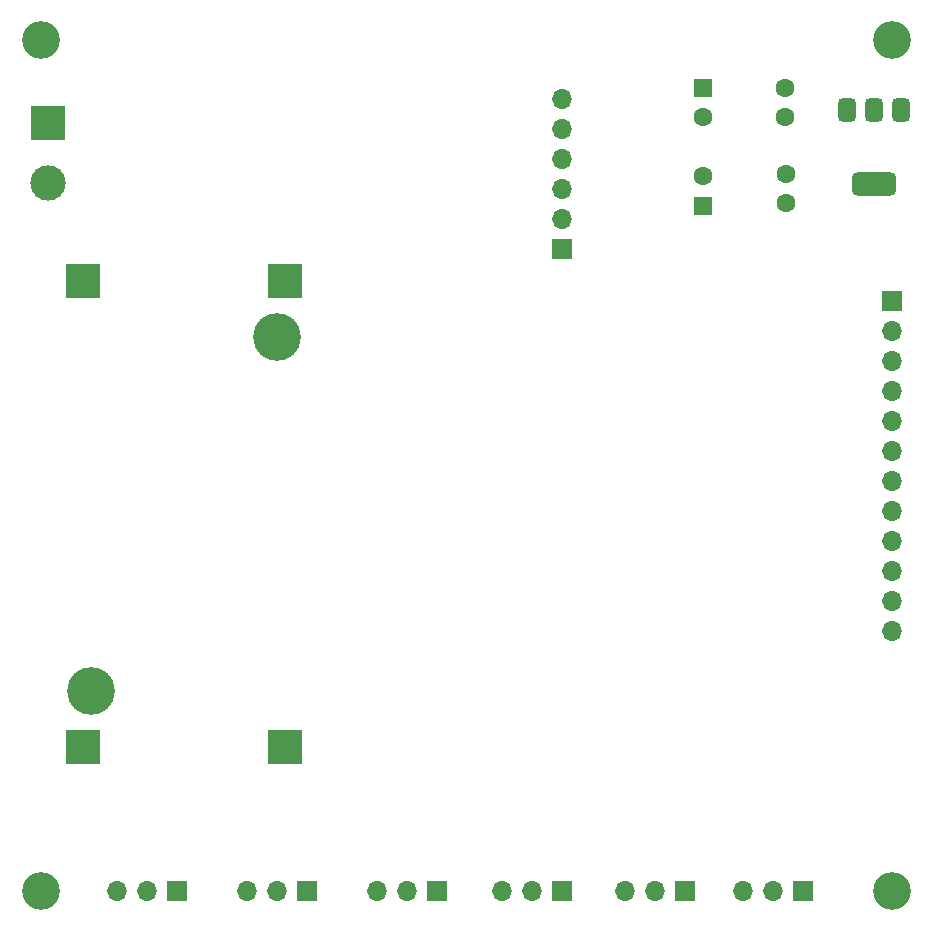
<source format=gbs>
G04 #@! TF.GenerationSoftware,KiCad,Pcbnew,8.0.4*
G04 #@! TF.CreationDate,2025-02-04T16:43:17-05:00*
G04 #@! TF.ProjectId,potencia_cubesat,706f7465-6e63-4696-915f-637562657361,rev?*
G04 #@! TF.SameCoordinates,Original*
G04 #@! TF.FileFunction,Soldermask,Bot*
G04 #@! TF.FilePolarity,Negative*
%FSLAX46Y46*%
G04 Gerber Fmt 4.6, Leading zero omitted, Abs format (unit mm)*
G04 Created by KiCad (PCBNEW 8.0.4) date 2025-02-04 16:43:17*
%MOMM*%
%LPD*%
G01*
G04 APERTURE LIST*
G04 Aperture macros list*
%AMRoundRect*
0 Rectangle with rounded corners*
0 $1 Rounding radius*
0 $2 $3 $4 $5 $6 $7 $8 $9 X,Y pos of 4 corners*
0 Add a 4 corners polygon primitive as box body*
4,1,4,$2,$3,$4,$5,$6,$7,$8,$9,$2,$3,0*
0 Add four circle primitives for the rounded corners*
1,1,$1+$1,$2,$3*
1,1,$1+$1,$4,$5*
1,1,$1+$1,$6,$7*
1,1,$1+$1,$8,$9*
0 Add four rect primitives between the rounded corners*
20,1,$1+$1,$2,$3,$4,$5,0*
20,1,$1+$1,$4,$5,$6,$7,0*
20,1,$1+$1,$6,$7,$8,$9,0*
20,1,$1+$1,$8,$9,$2,$3,0*%
G04 Aperture macros list end*
%ADD10C,3.200000*%
%ADD11R,1.700000X1.700000*%
%ADD12O,1.700000X1.700000*%
%ADD13C,4.048000*%
%ADD14R,3.000000X3.000000*%
%ADD15R,1.600000X1.600000*%
%ADD16C,1.600000*%
%ADD17C,3.000000*%
%ADD18RoundRect,0.375000X-0.375000X0.625000X-0.375000X-0.625000X0.375000X-0.625000X0.375000X0.625000X0*%
%ADD19RoundRect,0.500000X-1.400000X0.500000X-1.400000X-0.500000X1.400000X-0.500000X1.400000X0.500000X0*%
G04 APERTURE END LIST*
D10*
G04 #@! TO.C,H3*
X4500000Y4500000D03*
G04 #@! TD*
D11*
G04 #@! TO.C,J1*
X76500000Y54475000D03*
D12*
X76500000Y51935000D03*
X76500000Y49395000D03*
X76500000Y46855000D03*
X76500000Y44315000D03*
X76500000Y41775000D03*
X76500000Y39235000D03*
X76500000Y36695000D03*
X76500000Y34155000D03*
X76500000Y31615000D03*
X76500000Y29075000D03*
X76500000Y26535000D03*
G04 #@! TD*
D13*
G04 #@! TO.C,PS1*
X24469000Y51391000D03*
X8721000Y21419000D03*
D14*
X25167500Y56153500D03*
X8022500Y56153500D03*
X25167500Y16656500D03*
X8022500Y16656500D03*
G04 #@! TD*
D15*
G04 #@! TO.C,C3*
X60500000Y62500000D03*
D16*
X60500000Y65000000D03*
G04 #@! TD*
D11*
G04 #@! TO.C,J7*
X48580000Y4500000D03*
D12*
X46040000Y4500000D03*
X43500000Y4500000D03*
G04 #@! TD*
D16*
G04 #@! TO.C,C2*
X67500000Y70000000D03*
X67500000Y72500000D03*
G04 #@! TD*
D11*
G04 #@! TO.C,J6*
X38040000Y4500000D03*
D12*
X35500000Y4500000D03*
X32960000Y4500000D03*
G04 #@! TD*
D14*
G04 #@! TO.C,J3*
X5100000Y69540000D03*
D17*
X5100000Y64460000D03*
G04 #@! TD*
D10*
G04 #@! TO.C,H4*
X76500000Y4500000D03*
G04 #@! TD*
D16*
G04 #@! TO.C,C5*
X67548600Y62732400D03*
X67548600Y65232400D03*
G04 #@! TD*
D15*
G04 #@! TO.C,C4*
X60500000Y72500000D03*
D16*
X60500000Y70000000D03*
G04 #@! TD*
D11*
G04 #@! TO.C,J4*
X48600946Y58872667D03*
D12*
X48600946Y61412667D03*
X48600946Y63952667D03*
X48600946Y66492667D03*
X48600946Y69032667D03*
X48600946Y71572667D03*
G04 #@! TD*
D10*
G04 #@! TO.C,H1*
X4500000Y76500000D03*
G04 #@! TD*
D11*
G04 #@! TO.C,J2*
X16040000Y4500000D03*
D12*
X13500000Y4500000D03*
X10960000Y4500000D03*
G04 #@! TD*
D10*
G04 #@! TO.C,H2*
X76500000Y76500000D03*
G04 #@! TD*
D11*
G04 #@! TO.C,J5*
X27040000Y4500000D03*
D12*
X24500000Y4500000D03*
X21960000Y4500000D03*
G04 #@! TD*
D11*
G04 #@! TO.C,J9*
X69040000Y4500000D03*
D12*
X66500000Y4500000D03*
X63960000Y4500000D03*
G04 #@! TD*
D11*
G04 #@! TO.C,J8*
X59040000Y4500000D03*
D12*
X56500000Y4500000D03*
X53960000Y4500000D03*
G04 #@! TD*
D18*
G04 #@! TO.C,U2*
X72700000Y70650000D03*
X75000000Y70650000D03*
D19*
X75000000Y64350000D03*
D18*
X77300000Y70650000D03*
G04 #@! TD*
M02*

</source>
